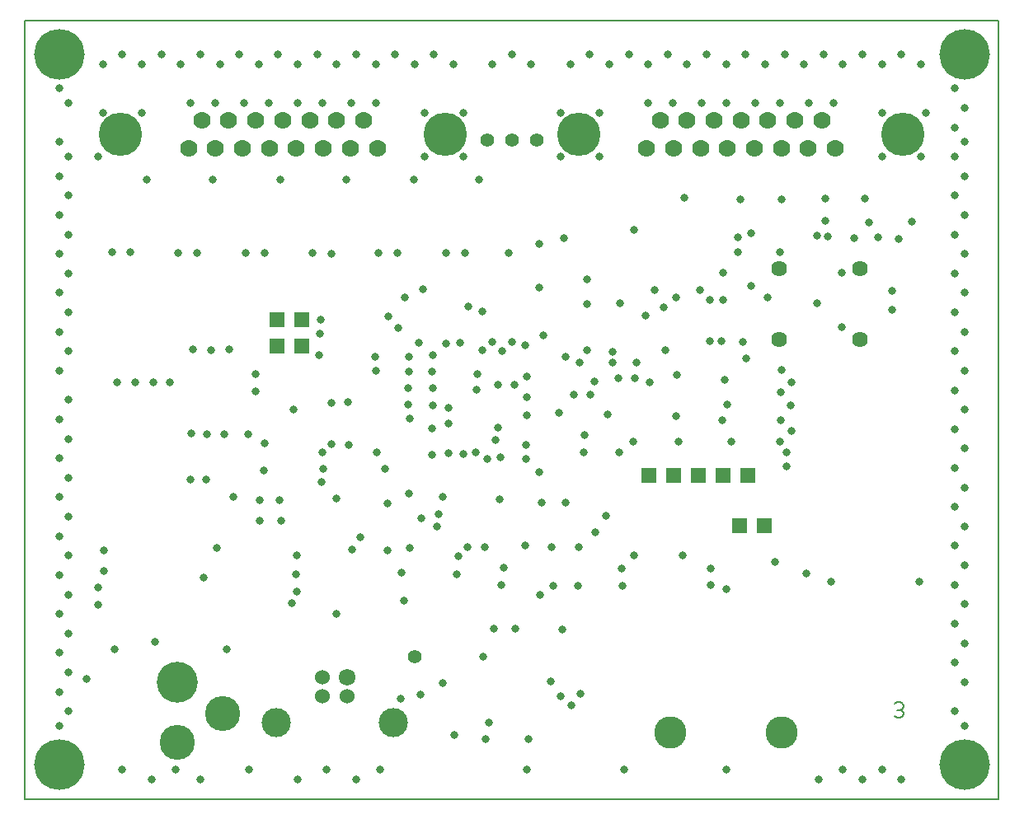
<source format=gbr>
%FSLAX36Y36*%
%MOMM*%
G04 EasyPC Gerber Version 18.0.8 Build 3632 *
%ADD97R,1.52400X1.52400*%
%ADD17C,0.12700*%
%ADD141C,0.20830*%
%ADD24C,0.81280*%
%ADD109C,1.39000*%
%ADD111C,1.42240*%
%ADD99C,1.52400*%
%ADD29C,1.62400*%
%ADD98C,1.72000*%
%ADD90C,1.77800*%
%ADD100C,3.00000*%
%ADD105C,3.31000*%
%ADD101C,3.60000*%
%ADD102C,4.20000*%
%ADD91C,4.44500*%
%ADD23C,5.20000*%
X0Y0D02*
D02*
D17*
X42104200Y3347700D02*
X142104200D01*
Y83347700*
X42104200*
Y3347700*
D02*
D23*
X45604200Y6847700D03*
Y79847700D03*
X138604200Y6847700D03*
Y79847700D03*
D02*
D24*
X45604200Y10847700D03*
Y14347700D03*
Y18347700D03*
Y22347700D03*
Y26347700D03*
Y30347700D03*
Y34347700D03*
Y38347700D03*
Y42347700D03*
Y47347700D03*
Y51347700D03*
Y55347700D03*
Y59347700D03*
Y63347700D03*
Y67347700D03*
Y70847700D03*
Y76347700D03*
X46604200Y12347700D03*
Y16347700D03*
Y20347700D03*
Y24347700D03*
Y28347700D03*
Y32347700D03*
Y36347700D03*
Y40347700D03*
Y44347700D03*
Y49347700D03*
Y53347700D03*
Y57347700D03*
Y61347700D03*
Y65347700D03*
Y69347700D03*
Y74847700D03*
X48454200Y15697700D03*
X49579200Y23272700D03*
Y25047700D03*
X49604200Y69347700D03*
X50104200Y73847700D03*
Y78847700D03*
X50179200Y26797700D03*
X50204200Y28847700D03*
X51054200Y59547700D03*
X51304200Y18747700D03*
X51554200Y46172700D03*
X52104200Y6347700D03*
Y79847700D03*
X52954200Y59547700D03*
X53404200Y46147700D03*
X54104200Y73847700D03*
Y78847700D03*
X54604200Y66947700D03*
X55104200Y5347700D03*
X55254200Y46147700D03*
X55479200Y19497700D03*
X56104200Y79847700D03*
X56954200Y46147700D03*
X57604200Y6347700D03*
X57804200Y59447700D03*
X58104200Y78847700D03*
X59104200Y36197700D03*
Y74847700D03*
X59154200Y40872700D03*
X59354200Y49522700D03*
X59754200Y59447700D03*
X60104200Y5347700D03*
Y79847700D03*
X60454200Y26122700D03*
X60729200Y36147700D03*
X60804200Y40847700D03*
X61229200Y49497700D03*
X61404200Y66947700D03*
X61604200Y74847700D03*
X61779200Y29122700D03*
X62104200Y78847700D03*
X62529200Y40797700D03*
X62804200Y18747700D03*
X63054200Y49522700D03*
X63504200Y34422700D03*
X64104200Y79847700D03*
X64604200Y74847700D03*
X64804200Y59447700D03*
X65029200Y40797700D03*
X65104200Y6347700D03*
X65779200Y45247700D03*
Y46997700D03*
X66104200Y78847700D03*
X66204200Y31897700D03*
Y34072700D03*
X66629200Y37072700D03*
X66679200Y39897700D03*
X66729200Y59447700D03*
X67104200Y74847700D03*
X68104200Y79847700D03*
X68229200Y34072700D03*
X68304200Y66947700D03*
X68379200Y31897700D03*
X69504200Y23422700D03*
X69654200Y43372700D03*
X69929200Y26397700D03*
X69979200Y24672700D03*
X70029200Y28372700D03*
X70104200Y5347700D03*
Y74847700D03*
Y78847700D03*
X71604200Y59447700D03*
X72104200Y79847700D03*
X72329200Y48922700D03*
X72429200Y51147700D03*
X72454200Y52597700D03*
X72579200Y35947700D03*
X72604200Y74847700D03*
X72679200Y38947700D03*
X72704200Y37297700D03*
X73104200Y6347700D03*
X73554200Y59347700D03*
X73579200Y44072700D03*
X73604200Y39772700D03*
X74054200Y34197700D03*
X74104200Y22347700D03*
Y78847700D03*
X75104200Y66947700D03*
X75279200Y44097700D03*
X75354200Y39722700D03*
X75604200Y74847700D03*
X75654200Y28997700D03*
X76104200Y5347700D03*
Y79847700D03*
X76529200Y30247700D03*
X78054200Y48747700D03*
X78104200Y74847700D03*
Y78847700D03*
X78154200Y47347700D03*
X78254200Y38947700D03*
X78404200Y59447700D03*
X78604200Y6347700D03*
X79079200Y37297700D03*
X79354200Y28847700D03*
Y33747700D03*
X79454200Y52947700D03*
X80104200Y79847700D03*
X80304200Y59447700D03*
X80404200Y51747700D03*
X80704200Y13647700D03*
X80804200Y26622700D03*
X81054200Y23747700D03*
X81104200Y54847700D03*
X81479200Y43847700D03*
Y45597700D03*
X81504200Y47247700D03*
X81529200Y48747700D03*
X81554200Y34747700D03*
X81629200Y29097700D03*
X81654200Y42422700D03*
X82004200Y66947700D03*
X82104200Y78847700D03*
X82579200Y50247700D03*
X82704200Y14047700D03*
X82804200Y32147700D03*
X82979200Y55722700D03*
X83104200Y69347700D03*
Y73847700D03*
X83879200Y38722700D03*
Y41397700D03*
X83929200Y47247700D03*
X83954200Y48922700D03*
X83979200Y43822700D03*
Y45522700D03*
X84104200Y79847700D03*
X84432200Y31297700D03*
X84604200Y32647700D03*
X84979200Y15247700D03*
Y34422700D03*
X85304200Y50172700D03*
X85354200Y59447700D03*
X85554200Y38847700D03*
X85579200Y41897700D03*
Y43547700D03*
X86104200Y78847700D03*
X86204200Y9947700D03*
X86429200Y26397700D03*
X86579200Y28272700D03*
X86754200Y50197700D03*
X87104200Y38822700D03*
Y69347700D03*
Y73847700D03*
X87254200Y59447700D03*
X87579200Y29247700D03*
X87604200Y53947700D03*
X88429200Y38922700D03*
X88504200Y45372700D03*
X88529200Y46997700D03*
X88704200Y66947700D03*
X89029200Y49497700D03*
X89079200Y53447700D03*
X89167700Y17972700D03*
X89279200Y29197700D03*
X89404200Y9472700D03*
X89579200Y38247700D03*
X89729200Y11222700D03*
X90079200Y50322700D03*
X90104200Y78847700D03*
X90279200Y20797700D03*
X90429200Y40222700D03*
X90679200Y45922700D03*
X90704200Y41522700D03*
X90829200Y34172700D03*
X90904200Y38447700D03*
X90979200Y25347700D03*
X91079200Y49397700D03*
X91229200Y27122700D03*
X91804200Y59447700D03*
X92079200Y50297700D03*
X92104200Y79847700D03*
X92404200Y45922700D03*
X92467700Y20797700D03*
X93504200Y29422700D03*
Y49947700D03*
X93579200Y38247700D03*
Y39747700D03*
X93604200Y6347700D03*
X93629200Y44597700D03*
X93654200Y42747700D03*
X93679200Y46747700D03*
X93779200Y9472700D03*
X94104200Y78847700D03*
X94879200Y36922700D03*
X94904200Y55872700D03*
Y60397700D03*
X94979200Y24297700D03*
X95204200Y33822700D03*
X95317200Y50947700D03*
X96129200Y15397700D03*
X96154200Y29222700D03*
X96329200Y25247700D03*
X96954200Y43022700D03*
X97104200Y13922700D03*
Y69347700D03*
Y73847700D03*
X97304200Y20772700D03*
X97454200Y60972700D03*
X97654200Y33822700D03*
Y48747700D03*
X98104200Y78847700D03*
X98204200Y12997700D03*
X98454200Y44872700D03*
X98929200Y25272700D03*
X99004200Y29247700D03*
X99029200Y48172700D03*
X99104200Y14122700D03*
X99504200Y38997700D03*
X99529200Y40697700D03*
X99779200Y54197700D03*
X99804200Y49422700D03*
X99854200Y56747700D03*
X100104200Y79847700D03*
X100154200Y44922700D03*
X100554200Y46222700D03*
X100629200Y30747700D03*
X101104200Y69347700D03*
Y73847700D03*
X101804200Y32397700D03*
X101954200Y42822700D03*
X102104200Y78847700D03*
X102429200Y49322700D03*
X102454200Y48197700D03*
X103079200Y46597700D03*
X103129200Y38922700D03*
X103179200Y54272700D03*
X103354200Y27047700D03*
X103429200Y25272700D03*
X103604200Y6347700D03*
X104104200Y79847700D03*
X104554200Y40072700D03*
X104629200Y61797700D03*
X104679200Y28397700D03*
X104754200Y46572700D03*
X104904200Y48222700D03*
X105829200Y52972700D03*
X106104200Y74847700D03*
Y78847700D03*
X106279200Y46122700D03*
X106729200Y55597700D03*
X107704200Y53822700D03*
X107879200Y49447700D03*
X108104200Y79847700D03*
X108604200Y74847700D03*
X108929200Y42722700D03*
Y54897700D03*
X109054200Y46947700D03*
X109254200Y40072700D03*
X109629200Y28372700D03*
X109829200Y65097700D03*
X110104200Y78847700D03*
X111454200Y55597700D03*
X111604200Y74847700D03*
X112104200Y79847700D03*
X112404200Y50347700D03*
X112429200Y54597700D03*
X112529200Y25347700D03*
Y26997700D03*
X113629200Y50372700D03*
X113729200Y42272700D03*
X113754200Y54597700D03*
Y57397700D03*
X113979200Y46397700D03*
X114104200Y6347700D03*
Y74847700D03*
Y78847700D03*
X114154200Y24897700D03*
X114204200Y43897700D03*
X114654200Y40097700D03*
X115329200Y61047700D03*
X115354200Y59547700D03*
X115554200Y64947700D03*
X115804200Y50322700D03*
X116104200Y79847700D03*
X116154200Y48597700D03*
X116704200Y56047700D03*
Y61472700D03*
X117104200Y74847700D03*
X118104200Y78847700D03*
X118329200Y54897700D03*
X119154200Y27672700D03*
X119604200Y40097700D03*
Y74847700D03*
X119654200Y59522700D03*
X119729200Y42297700D03*
Y45172700D03*
X119804200Y47397700D03*
Y64947700D03*
X120104200Y79847700D03*
X120304200Y37497700D03*
Y38972700D03*
X120704200Y43772700D03*
X120829200Y41172700D03*
Y46147700D03*
X122104200Y78847700D03*
X122304200Y26522700D03*
X122604200Y74847700D03*
X123404200Y61197700D03*
X123429200Y54247700D03*
X123604200Y5347700D03*
X124104200Y79847700D03*
X124254200Y64997700D03*
X124279200Y62747700D03*
X124579200Y61172700D03*
X124854200Y25622700D03*
X125104200Y74847700D03*
X125979200Y51797700D03*
Y57397700D03*
X126104200Y6347700D03*
Y78847700D03*
X127279200Y60997700D03*
X128104200Y5347700D03*
Y79847700D03*
X128354200Y64997700D03*
X128779200Y62597700D03*
X129729200Y61047700D03*
X130104200Y6347700D03*
Y69347700D03*
Y73847700D03*
Y78847700D03*
X131154200Y53622700D03*
Y55547700D03*
X131854200Y60847700D03*
X132104200Y5347700D03*
Y79847700D03*
X133154200Y62622700D03*
X133954200Y25697700D03*
X134104200Y69347700D03*
Y78847700D03*
X134604200Y73847700D03*
X137604200Y12347700D03*
Y17347700D03*
Y21347700D03*
Y25347700D03*
Y29347700D03*
Y33347700D03*
Y37347700D03*
Y41347700D03*
Y45347700D03*
Y49347700D03*
Y53347700D03*
Y57347700D03*
Y61347700D03*
Y65347700D03*
Y69347700D03*
Y72347700D03*
Y76347700D03*
X138604200Y10847700D03*
Y15347700D03*
Y19347700D03*
Y23347700D03*
Y27347700D03*
Y31347700D03*
Y35347700D03*
Y39347700D03*
Y43347700D03*
Y47347700D03*
Y51347700D03*
Y55347700D03*
Y59347700D03*
Y63347700D03*
Y67347700D03*
Y70847700D03*
Y74347700D03*
D02*
D29*
X119579200Y50597700D03*
Y57847700D03*
X127829200Y50597700D03*
Y57847700D03*
D02*
D90*
X58886200Y70202900D03*
X60271200Y73047700D03*
X61656200Y70202900D03*
X63001000Y73047700D03*
X64426200Y70202900D03*
X65811200Y73047700D03*
X67196200Y70202900D03*
X68581200Y73047700D03*
X69966200Y70202900D03*
X71351200Y73047700D03*
X72736200Y70202900D03*
X74121200Y73047700D03*
X75506200Y70202900D03*
X76891200Y73047700D03*
X78276200Y70202900D03*
X105932200D03*
X107317200Y73047700D03*
X108702200Y70202900D03*
X110047000Y73047700D03*
X111472200Y70202900D03*
X112857200Y73047700D03*
X114242200Y70202900D03*
X115627200Y73047700D03*
X117012200Y70202900D03*
X118397200Y73047700D03*
X119782200Y70202900D03*
X121167200Y73047700D03*
X122552200Y70202900D03*
X123937200Y73047700D03*
X125322200Y70202900D03*
D02*
D91*
X51931200Y71625300D03*
X85231200D03*
X98977200D03*
X132277200D03*
D02*
D97*
X67954200Y49872700D03*
Y52547700D03*
X70494200Y49872700D03*
Y52547700D03*
X106144200Y36572700D03*
X108684200D03*
X111224200D03*
X113764200D03*
X115479200Y31422700D03*
X116304200Y36572700D03*
X118019200Y31422700D03*
D02*
D98*
X75181200Y15872700D03*
D02*
D99*
X72681200Y13872700D03*
Y15872700D03*
X75181200Y13872700D03*
D02*
D100*
X67911200Y11162700D03*
X79951200D03*
D02*
D101*
X57732600Y9122700D03*
X62432600Y12122700D03*
D02*
D102*
X57732600Y15322700D03*
D02*
D105*
X108382700Y10137700D03*
X119812700D03*
D02*
D109*
X89577800Y71047700D03*
X92117800D03*
X94657800D03*
D02*
D111*
X82104200Y17947700D03*
D02*
D141*
X131434400Y11843400D02*
X131694700Y11713200D01*
X131955100*
X132215400Y11843400*
X132345600Y12103800*
X132215400Y12364100*
X131955100Y12494300*
X131694700*
X131955100D02*
X132215400Y12624500D01*
X132345600Y12884800*
X132215400Y13145200*
X131955100Y13275300*
X131694700*
X131434400Y13145200*
X0Y0D02*
M02*

</source>
